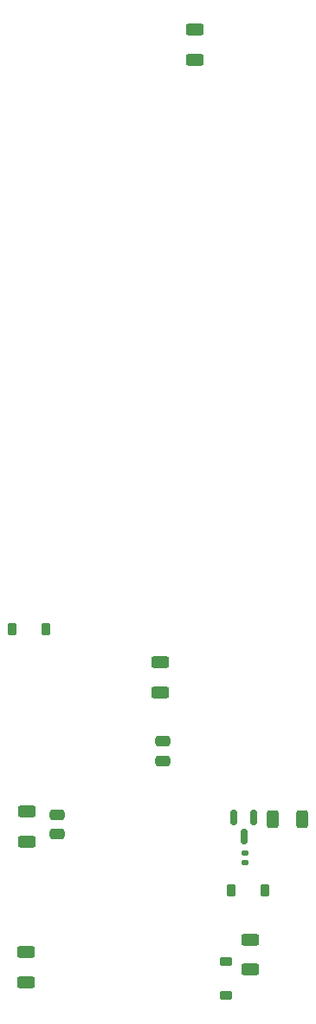
<source format=gbr>
%TF.GenerationSoftware,KiCad,Pcbnew,7.0.8*%
%TF.CreationDate,2023-11-15T13:51:47+01:00*%
%TF.ProjectId,module-rev1,6d6f6475-6c65-42d7-9265-76312e6b6963,rev?*%
%TF.SameCoordinates,Original*%
%TF.FileFunction,Paste,Top*%
%TF.FilePolarity,Positive*%
%FSLAX46Y46*%
G04 Gerber Fmt 4.6, Leading zero omitted, Abs format (unit mm)*
G04 Created by KiCad (PCBNEW 7.0.8) date 2023-11-15 13:51:47*
%MOMM*%
%LPD*%
G01*
G04 APERTURE LIST*
G04 Aperture macros list*
%AMRoundRect*
0 Rectangle with rounded corners*
0 $1 Rounding radius*
0 $2 $3 $4 $5 $6 $7 $8 $9 X,Y pos of 4 corners*
0 Add a 4 corners polygon primitive as box body*
4,1,4,$2,$3,$4,$5,$6,$7,$8,$9,$2,$3,0*
0 Add four circle primitives for the rounded corners*
1,1,$1+$1,$2,$3*
1,1,$1+$1,$4,$5*
1,1,$1+$1,$6,$7*
1,1,$1+$1,$8,$9*
0 Add four rect primitives between the rounded corners*
20,1,$1+$1,$2,$3,$4,$5,0*
20,1,$1+$1,$4,$5,$6,$7,0*
20,1,$1+$1,$6,$7,$8,$9,0*
20,1,$1+$1,$8,$9,$2,$3,0*%
G04 Aperture macros list end*
%ADD10RoundRect,0.250000X0.625000X-0.312500X0.625000X0.312500X-0.625000X0.312500X-0.625000X-0.312500X0*%
%ADD11RoundRect,0.250000X-0.312500X-0.625000X0.312500X-0.625000X0.312500X0.625000X-0.312500X0.625000X0*%
%ADD12RoundRect,0.250000X0.475000X-0.250000X0.475000X0.250000X-0.475000X0.250000X-0.475000X-0.250000X0*%
%ADD13RoundRect,0.225000X0.225000X0.375000X-0.225000X0.375000X-0.225000X-0.375000X0.225000X-0.375000X0*%
%ADD14RoundRect,0.140000X0.170000X-0.140000X0.170000X0.140000X-0.170000X0.140000X-0.170000X-0.140000X0*%
%ADD15RoundRect,0.250000X-0.625000X0.312500X-0.625000X-0.312500X0.625000X-0.312500X0.625000X0.312500X0*%
%ADD16RoundRect,0.150000X-0.150000X0.587500X-0.150000X-0.587500X0.150000X-0.587500X0.150000X0.587500X0*%
%ADD17RoundRect,0.225000X0.375000X-0.225000X0.375000X0.225000X-0.375000X0.225000X-0.375000X-0.225000X0*%
%ADD18RoundRect,0.250000X-0.475000X0.250000X-0.475000X-0.250000X0.475000X-0.250000X0.475000X0.250000X0*%
G04 APERTURE END LIST*
D10*
%TO.C,R501*%
X125820682Y-604823023D03*
X125820682Y-601898023D03*
%TD*%
%TO.C,R504*%
X117020682Y-577760523D03*
X117020682Y-574835523D03*
%TD*%
D11*
%TO.C,R506*%
X128045682Y-590123023D03*
X130970682Y-590123023D03*
%TD*%
D10*
%TO.C,R502*%
X103900682Y-606048023D03*
X103900682Y-603123023D03*
%TD*%
D12*
%TO.C,C503*%
X106970682Y-591623023D03*
X106970682Y-589723023D03*
%TD*%
D13*
%TO.C,D504*%
X105870682Y-571623023D03*
X102570682Y-571623023D03*
%TD*%
D14*
%TO.C,C501*%
X125320682Y-594378023D03*
X125320682Y-593418023D03*
%TD*%
D15*
%TO.C,R503*%
X120420682Y-513135523D03*
X120420682Y-516060523D03*
%TD*%
D16*
%TO.C,Q501*%
X126170682Y-589935523D03*
X124270682Y-589935523D03*
X125220682Y-591810523D03*
%TD*%
D17*
%TO.C,D501*%
X123470682Y-607298023D03*
X123470682Y-603998023D03*
%TD*%
D10*
%TO.C,R505*%
X103970682Y-592348023D03*
X103970682Y-589423023D03*
%TD*%
D13*
%TO.C,D503*%
X127270682Y-597098023D03*
X123970682Y-597098023D03*
%TD*%
D18*
%TO.C,C502*%
X117320682Y-582548023D03*
X117320682Y-584448023D03*
%TD*%
M02*

</source>
